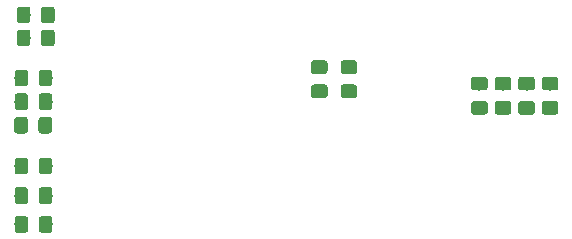
<source format=gtp>
G04 #@! TF.GenerationSoftware,KiCad,Pcbnew,(5.1.0)-1*
G04 #@! TF.CreationDate,2019-04-19T09:53:14+10:00*
G04 #@! TF.ProjectId,arduinoNanoDev,61726475-696e-46f4-9e61-6e6f4465762e,rev?*
G04 #@! TF.SameCoordinates,Original*
G04 #@! TF.FileFunction,Paste,Top*
G04 #@! TF.FilePolarity,Positive*
%FSLAX46Y46*%
G04 Gerber Fmt 4.6, Leading zero omitted, Abs format (unit mm)*
G04 Created by KiCad (PCBNEW (5.1.0)-1) date 2019-04-19 09:53:14*
%MOMM*%
%LPD*%
G04 APERTURE LIST*
%ADD10C,0.100000*%
%ADD11C,1.150000*%
G04 APERTURE END LIST*
D10*
G36*
X215374505Y-82001204D02*
G01*
X215398773Y-82004804D01*
X215422572Y-82010765D01*
X215445671Y-82019030D01*
X215467850Y-82029520D01*
X215488893Y-82042132D01*
X215508599Y-82056747D01*
X215526777Y-82073223D01*
X215543253Y-82091401D01*
X215557868Y-82111107D01*
X215570480Y-82132150D01*
X215580970Y-82154329D01*
X215589235Y-82177428D01*
X215595196Y-82201227D01*
X215598796Y-82225495D01*
X215600000Y-82249999D01*
X215600000Y-83150001D01*
X215598796Y-83174505D01*
X215595196Y-83198773D01*
X215589235Y-83222572D01*
X215580970Y-83245671D01*
X215570480Y-83267850D01*
X215557868Y-83288893D01*
X215543253Y-83308599D01*
X215526777Y-83326777D01*
X215508599Y-83343253D01*
X215488893Y-83357868D01*
X215467850Y-83370480D01*
X215445671Y-83380970D01*
X215422572Y-83389235D01*
X215398773Y-83395196D01*
X215374505Y-83398796D01*
X215350001Y-83400000D01*
X214699999Y-83400000D01*
X214675495Y-83398796D01*
X214651227Y-83395196D01*
X214627428Y-83389235D01*
X214604329Y-83380970D01*
X214582150Y-83370480D01*
X214561107Y-83357868D01*
X214541401Y-83343253D01*
X214523223Y-83326777D01*
X214506747Y-83308599D01*
X214492132Y-83288893D01*
X214479520Y-83267850D01*
X214469030Y-83245671D01*
X214460765Y-83222572D01*
X214454804Y-83198773D01*
X214451204Y-83174505D01*
X214450000Y-83150001D01*
X214450000Y-82249999D01*
X214451204Y-82225495D01*
X214454804Y-82201227D01*
X214460765Y-82177428D01*
X214469030Y-82154329D01*
X214479520Y-82132150D01*
X214492132Y-82111107D01*
X214506747Y-82091401D01*
X214523223Y-82073223D01*
X214541401Y-82056747D01*
X214561107Y-82042132D01*
X214582150Y-82029520D01*
X214604329Y-82019030D01*
X214627428Y-82010765D01*
X214651227Y-82004804D01*
X214675495Y-82001204D01*
X214699999Y-82000000D01*
X215350001Y-82000000D01*
X215374505Y-82001204D01*
X215374505Y-82001204D01*
G37*
D11*
X215025000Y-82700000D03*
D10*
G36*
X213324505Y-82001204D02*
G01*
X213348773Y-82004804D01*
X213372572Y-82010765D01*
X213395671Y-82019030D01*
X213417850Y-82029520D01*
X213438893Y-82042132D01*
X213458599Y-82056747D01*
X213476777Y-82073223D01*
X213493253Y-82091401D01*
X213507868Y-82111107D01*
X213520480Y-82132150D01*
X213530970Y-82154329D01*
X213539235Y-82177428D01*
X213545196Y-82201227D01*
X213548796Y-82225495D01*
X213550000Y-82249999D01*
X213550000Y-83150001D01*
X213548796Y-83174505D01*
X213545196Y-83198773D01*
X213539235Y-83222572D01*
X213530970Y-83245671D01*
X213520480Y-83267850D01*
X213507868Y-83288893D01*
X213493253Y-83308599D01*
X213476777Y-83326777D01*
X213458599Y-83343253D01*
X213438893Y-83357868D01*
X213417850Y-83370480D01*
X213395671Y-83380970D01*
X213372572Y-83389235D01*
X213348773Y-83395196D01*
X213324505Y-83398796D01*
X213300001Y-83400000D01*
X212649999Y-83400000D01*
X212625495Y-83398796D01*
X212601227Y-83395196D01*
X212577428Y-83389235D01*
X212554329Y-83380970D01*
X212532150Y-83370480D01*
X212511107Y-83357868D01*
X212491401Y-83343253D01*
X212473223Y-83326777D01*
X212456747Y-83308599D01*
X212442132Y-83288893D01*
X212429520Y-83267850D01*
X212419030Y-83245671D01*
X212410765Y-83222572D01*
X212404804Y-83198773D01*
X212401204Y-83174505D01*
X212400000Y-83150001D01*
X212400000Y-82249999D01*
X212401204Y-82225495D01*
X212404804Y-82201227D01*
X212410765Y-82177428D01*
X212419030Y-82154329D01*
X212429520Y-82132150D01*
X212442132Y-82111107D01*
X212456747Y-82091401D01*
X212473223Y-82073223D01*
X212491401Y-82056747D01*
X212511107Y-82042132D01*
X212532150Y-82029520D01*
X212554329Y-82019030D01*
X212577428Y-82010765D01*
X212601227Y-82004804D01*
X212625495Y-82001204D01*
X212649999Y-82000000D01*
X213300001Y-82000000D01*
X213324505Y-82001204D01*
X213324505Y-82001204D01*
G37*
D11*
X212975000Y-82700000D03*
D10*
G36*
X215374505Y-84501204D02*
G01*
X215398773Y-84504804D01*
X215422572Y-84510765D01*
X215445671Y-84519030D01*
X215467850Y-84529520D01*
X215488893Y-84542132D01*
X215508599Y-84556747D01*
X215526777Y-84573223D01*
X215543253Y-84591401D01*
X215557868Y-84611107D01*
X215570480Y-84632150D01*
X215580970Y-84654329D01*
X215589235Y-84677428D01*
X215595196Y-84701227D01*
X215598796Y-84725495D01*
X215600000Y-84749999D01*
X215600000Y-85650001D01*
X215598796Y-85674505D01*
X215595196Y-85698773D01*
X215589235Y-85722572D01*
X215580970Y-85745671D01*
X215570480Y-85767850D01*
X215557868Y-85788893D01*
X215543253Y-85808599D01*
X215526777Y-85826777D01*
X215508599Y-85843253D01*
X215488893Y-85857868D01*
X215467850Y-85870480D01*
X215445671Y-85880970D01*
X215422572Y-85889235D01*
X215398773Y-85895196D01*
X215374505Y-85898796D01*
X215350001Y-85900000D01*
X214699999Y-85900000D01*
X214675495Y-85898796D01*
X214651227Y-85895196D01*
X214627428Y-85889235D01*
X214604329Y-85880970D01*
X214582150Y-85870480D01*
X214561107Y-85857868D01*
X214541401Y-85843253D01*
X214523223Y-85826777D01*
X214506747Y-85808599D01*
X214492132Y-85788893D01*
X214479520Y-85767850D01*
X214469030Y-85745671D01*
X214460765Y-85722572D01*
X214454804Y-85698773D01*
X214451204Y-85674505D01*
X214450000Y-85650001D01*
X214450000Y-84749999D01*
X214451204Y-84725495D01*
X214454804Y-84701227D01*
X214460765Y-84677428D01*
X214469030Y-84654329D01*
X214479520Y-84632150D01*
X214492132Y-84611107D01*
X214506747Y-84591401D01*
X214523223Y-84573223D01*
X214541401Y-84556747D01*
X214561107Y-84542132D01*
X214582150Y-84529520D01*
X214604329Y-84519030D01*
X214627428Y-84510765D01*
X214651227Y-84504804D01*
X214675495Y-84501204D01*
X214699999Y-84500000D01*
X215350001Y-84500000D01*
X215374505Y-84501204D01*
X215374505Y-84501204D01*
G37*
D11*
X215025000Y-85200000D03*
D10*
G36*
X213324505Y-84501204D02*
G01*
X213348773Y-84504804D01*
X213372572Y-84510765D01*
X213395671Y-84519030D01*
X213417850Y-84529520D01*
X213438893Y-84542132D01*
X213458599Y-84556747D01*
X213476777Y-84573223D01*
X213493253Y-84591401D01*
X213507868Y-84611107D01*
X213520480Y-84632150D01*
X213530970Y-84654329D01*
X213539235Y-84677428D01*
X213545196Y-84701227D01*
X213548796Y-84725495D01*
X213550000Y-84749999D01*
X213550000Y-85650001D01*
X213548796Y-85674505D01*
X213545196Y-85698773D01*
X213539235Y-85722572D01*
X213530970Y-85745671D01*
X213520480Y-85767850D01*
X213507868Y-85788893D01*
X213493253Y-85808599D01*
X213476777Y-85826777D01*
X213458599Y-85843253D01*
X213438893Y-85857868D01*
X213417850Y-85870480D01*
X213395671Y-85880970D01*
X213372572Y-85889235D01*
X213348773Y-85895196D01*
X213324505Y-85898796D01*
X213300001Y-85900000D01*
X212649999Y-85900000D01*
X212625495Y-85898796D01*
X212601227Y-85895196D01*
X212577428Y-85889235D01*
X212554329Y-85880970D01*
X212532150Y-85870480D01*
X212511107Y-85857868D01*
X212491401Y-85843253D01*
X212473223Y-85826777D01*
X212456747Y-85808599D01*
X212442132Y-85788893D01*
X212429520Y-85767850D01*
X212419030Y-85745671D01*
X212410765Y-85722572D01*
X212404804Y-85698773D01*
X212401204Y-85674505D01*
X212400000Y-85650001D01*
X212400000Y-84749999D01*
X212401204Y-84725495D01*
X212404804Y-84701227D01*
X212410765Y-84677428D01*
X212419030Y-84654329D01*
X212429520Y-84632150D01*
X212442132Y-84611107D01*
X212456747Y-84591401D01*
X212473223Y-84573223D01*
X212491401Y-84556747D01*
X212511107Y-84542132D01*
X212532150Y-84529520D01*
X212554329Y-84519030D01*
X212577428Y-84510765D01*
X212601227Y-84504804D01*
X212625495Y-84501204D01*
X212649999Y-84500000D01*
X213300001Y-84500000D01*
X213324505Y-84501204D01*
X213324505Y-84501204D01*
G37*
D11*
X212975000Y-85200000D03*
D10*
G36*
X238674505Y-73751204D02*
G01*
X238698773Y-73754804D01*
X238722572Y-73760765D01*
X238745671Y-73769030D01*
X238767850Y-73779520D01*
X238788893Y-73792132D01*
X238808599Y-73806747D01*
X238826777Y-73823223D01*
X238843253Y-73841401D01*
X238857868Y-73861107D01*
X238870480Y-73882150D01*
X238880970Y-73904329D01*
X238889235Y-73927428D01*
X238895196Y-73951227D01*
X238898796Y-73975495D01*
X238900000Y-73999999D01*
X238900000Y-74650001D01*
X238898796Y-74674505D01*
X238895196Y-74698773D01*
X238889235Y-74722572D01*
X238880970Y-74745671D01*
X238870480Y-74767850D01*
X238857868Y-74788893D01*
X238843253Y-74808599D01*
X238826777Y-74826777D01*
X238808599Y-74843253D01*
X238788893Y-74857868D01*
X238767850Y-74870480D01*
X238745671Y-74880970D01*
X238722572Y-74889235D01*
X238698773Y-74895196D01*
X238674505Y-74898796D01*
X238650001Y-74900000D01*
X237749999Y-74900000D01*
X237725495Y-74898796D01*
X237701227Y-74895196D01*
X237677428Y-74889235D01*
X237654329Y-74880970D01*
X237632150Y-74870480D01*
X237611107Y-74857868D01*
X237591401Y-74843253D01*
X237573223Y-74826777D01*
X237556747Y-74808599D01*
X237542132Y-74788893D01*
X237529520Y-74767850D01*
X237519030Y-74745671D01*
X237510765Y-74722572D01*
X237504804Y-74698773D01*
X237501204Y-74674505D01*
X237500000Y-74650001D01*
X237500000Y-73999999D01*
X237501204Y-73975495D01*
X237504804Y-73951227D01*
X237510765Y-73927428D01*
X237519030Y-73904329D01*
X237529520Y-73882150D01*
X237542132Y-73861107D01*
X237556747Y-73841401D01*
X237573223Y-73823223D01*
X237591401Y-73806747D01*
X237611107Y-73792132D01*
X237632150Y-73779520D01*
X237654329Y-73769030D01*
X237677428Y-73760765D01*
X237701227Y-73754804D01*
X237725495Y-73751204D01*
X237749999Y-73750000D01*
X238650001Y-73750000D01*
X238674505Y-73751204D01*
X238674505Y-73751204D01*
G37*
D11*
X238200000Y-74325000D03*
D10*
G36*
X238674505Y-75801204D02*
G01*
X238698773Y-75804804D01*
X238722572Y-75810765D01*
X238745671Y-75819030D01*
X238767850Y-75829520D01*
X238788893Y-75842132D01*
X238808599Y-75856747D01*
X238826777Y-75873223D01*
X238843253Y-75891401D01*
X238857868Y-75911107D01*
X238870480Y-75932150D01*
X238880970Y-75954329D01*
X238889235Y-75977428D01*
X238895196Y-76001227D01*
X238898796Y-76025495D01*
X238900000Y-76049999D01*
X238900000Y-76700001D01*
X238898796Y-76724505D01*
X238895196Y-76748773D01*
X238889235Y-76772572D01*
X238880970Y-76795671D01*
X238870480Y-76817850D01*
X238857868Y-76838893D01*
X238843253Y-76858599D01*
X238826777Y-76876777D01*
X238808599Y-76893253D01*
X238788893Y-76907868D01*
X238767850Y-76920480D01*
X238745671Y-76930970D01*
X238722572Y-76939235D01*
X238698773Y-76945196D01*
X238674505Y-76948796D01*
X238650001Y-76950000D01*
X237749999Y-76950000D01*
X237725495Y-76948796D01*
X237701227Y-76945196D01*
X237677428Y-76939235D01*
X237654329Y-76930970D01*
X237632150Y-76920480D01*
X237611107Y-76907868D01*
X237591401Y-76893253D01*
X237573223Y-76876777D01*
X237556747Y-76858599D01*
X237542132Y-76838893D01*
X237529520Y-76817850D01*
X237519030Y-76795671D01*
X237510765Y-76772572D01*
X237504804Y-76748773D01*
X237501204Y-76724505D01*
X237500000Y-76700001D01*
X237500000Y-76049999D01*
X237501204Y-76025495D01*
X237504804Y-76001227D01*
X237510765Y-75977428D01*
X237519030Y-75954329D01*
X237529520Y-75932150D01*
X237542132Y-75911107D01*
X237556747Y-75891401D01*
X237573223Y-75873223D01*
X237591401Y-75856747D01*
X237611107Y-75842132D01*
X237632150Y-75829520D01*
X237654329Y-75819030D01*
X237677428Y-75810765D01*
X237701227Y-75804804D01*
X237725495Y-75801204D01*
X237749999Y-75800000D01*
X238650001Y-75800000D01*
X238674505Y-75801204D01*
X238674505Y-75801204D01*
G37*
D11*
X238200000Y-76375000D03*
D10*
G36*
X241174505Y-73751204D02*
G01*
X241198773Y-73754804D01*
X241222572Y-73760765D01*
X241245671Y-73769030D01*
X241267850Y-73779520D01*
X241288893Y-73792132D01*
X241308599Y-73806747D01*
X241326777Y-73823223D01*
X241343253Y-73841401D01*
X241357868Y-73861107D01*
X241370480Y-73882150D01*
X241380970Y-73904329D01*
X241389235Y-73927428D01*
X241395196Y-73951227D01*
X241398796Y-73975495D01*
X241400000Y-73999999D01*
X241400000Y-74650001D01*
X241398796Y-74674505D01*
X241395196Y-74698773D01*
X241389235Y-74722572D01*
X241380970Y-74745671D01*
X241370480Y-74767850D01*
X241357868Y-74788893D01*
X241343253Y-74808599D01*
X241326777Y-74826777D01*
X241308599Y-74843253D01*
X241288893Y-74857868D01*
X241267850Y-74870480D01*
X241245671Y-74880970D01*
X241222572Y-74889235D01*
X241198773Y-74895196D01*
X241174505Y-74898796D01*
X241150001Y-74900000D01*
X240249999Y-74900000D01*
X240225495Y-74898796D01*
X240201227Y-74895196D01*
X240177428Y-74889235D01*
X240154329Y-74880970D01*
X240132150Y-74870480D01*
X240111107Y-74857868D01*
X240091401Y-74843253D01*
X240073223Y-74826777D01*
X240056747Y-74808599D01*
X240042132Y-74788893D01*
X240029520Y-74767850D01*
X240019030Y-74745671D01*
X240010765Y-74722572D01*
X240004804Y-74698773D01*
X240001204Y-74674505D01*
X240000000Y-74650001D01*
X240000000Y-73999999D01*
X240001204Y-73975495D01*
X240004804Y-73951227D01*
X240010765Y-73927428D01*
X240019030Y-73904329D01*
X240029520Y-73882150D01*
X240042132Y-73861107D01*
X240056747Y-73841401D01*
X240073223Y-73823223D01*
X240091401Y-73806747D01*
X240111107Y-73792132D01*
X240132150Y-73779520D01*
X240154329Y-73769030D01*
X240177428Y-73760765D01*
X240201227Y-73754804D01*
X240225495Y-73751204D01*
X240249999Y-73750000D01*
X241150001Y-73750000D01*
X241174505Y-73751204D01*
X241174505Y-73751204D01*
G37*
D11*
X240700000Y-74325000D03*
D10*
G36*
X241174505Y-75801204D02*
G01*
X241198773Y-75804804D01*
X241222572Y-75810765D01*
X241245671Y-75819030D01*
X241267850Y-75829520D01*
X241288893Y-75842132D01*
X241308599Y-75856747D01*
X241326777Y-75873223D01*
X241343253Y-75891401D01*
X241357868Y-75911107D01*
X241370480Y-75932150D01*
X241380970Y-75954329D01*
X241389235Y-75977428D01*
X241395196Y-76001227D01*
X241398796Y-76025495D01*
X241400000Y-76049999D01*
X241400000Y-76700001D01*
X241398796Y-76724505D01*
X241395196Y-76748773D01*
X241389235Y-76772572D01*
X241380970Y-76795671D01*
X241370480Y-76817850D01*
X241357868Y-76838893D01*
X241343253Y-76858599D01*
X241326777Y-76876777D01*
X241308599Y-76893253D01*
X241288893Y-76907868D01*
X241267850Y-76920480D01*
X241245671Y-76930970D01*
X241222572Y-76939235D01*
X241198773Y-76945196D01*
X241174505Y-76948796D01*
X241150001Y-76950000D01*
X240249999Y-76950000D01*
X240225495Y-76948796D01*
X240201227Y-76945196D01*
X240177428Y-76939235D01*
X240154329Y-76930970D01*
X240132150Y-76920480D01*
X240111107Y-76907868D01*
X240091401Y-76893253D01*
X240073223Y-76876777D01*
X240056747Y-76858599D01*
X240042132Y-76838893D01*
X240029520Y-76817850D01*
X240019030Y-76795671D01*
X240010765Y-76772572D01*
X240004804Y-76748773D01*
X240001204Y-76724505D01*
X240000000Y-76700001D01*
X240000000Y-76049999D01*
X240001204Y-76025495D01*
X240004804Y-76001227D01*
X240010765Y-75977428D01*
X240019030Y-75954329D01*
X240029520Y-75932150D01*
X240042132Y-75911107D01*
X240056747Y-75891401D01*
X240073223Y-75873223D01*
X240091401Y-75856747D01*
X240111107Y-75842132D01*
X240132150Y-75829520D01*
X240154329Y-75819030D01*
X240177428Y-75810765D01*
X240201227Y-75804804D01*
X240225495Y-75801204D01*
X240249999Y-75800000D01*
X241150001Y-75800000D01*
X241174505Y-75801204D01*
X241174505Y-75801204D01*
G37*
D11*
X240700000Y-76375000D03*
D10*
G36*
X213524505Y-71151204D02*
G01*
X213548773Y-71154804D01*
X213572572Y-71160765D01*
X213595671Y-71169030D01*
X213617850Y-71179520D01*
X213638893Y-71192132D01*
X213658599Y-71206747D01*
X213676777Y-71223223D01*
X213693253Y-71241401D01*
X213707868Y-71261107D01*
X213720480Y-71282150D01*
X213730970Y-71304329D01*
X213739235Y-71327428D01*
X213745196Y-71351227D01*
X213748796Y-71375495D01*
X213750000Y-71399999D01*
X213750000Y-72300001D01*
X213748796Y-72324505D01*
X213745196Y-72348773D01*
X213739235Y-72372572D01*
X213730970Y-72395671D01*
X213720480Y-72417850D01*
X213707868Y-72438893D01*
X213693253Y-72458599D01*
X213676777Y-72476777D01*
X213658599Y-72493253D01*
X213638893Y-72507868D01*
X213617850Y-72520480D01*
X213595671Y-72530970D01*
X213572572Y-72539235D01*
X213548773Y-72545196D01*
X213524505Y-72548796D01*
X213500001Y-72550000D01*
X212849999Y-72550000D01*
X212825495Y-72548796D01*
X212801227Y-72545196D01*
X212777428Y-72539235D01*
X212754329Y-72530970D01*
X212732150Y-72520480D01*
X212711107Y-72507868D01*
X212691401Y-72493253D01*
X212673223Y-72476777D01*
X212656747Y-72458599D01*
X212642132Y-72438893D01*
X212629520Y-72417850D01*
X212619030Y-72395671D01*
X212610765Y-72372572D01*
X212604804Y-72348773D01*
X212601204Y-72324505D01*
X212600000Y-72300001D01*
X212600000Y-71399999D01*
X212601204Y-71375495D01*
X212604804Y-71351227D01*
X212610765Y-71327428D01*
X212619030Y-71304329D01*
X212629520Y-71282150D01*
X212642132Y-71261107D01*
X212656747Y-71241401D01*
X212673223Y-71223223D01*
X212691401Y-71206747D01*
X212711107Y-71192132D01*
X212732150Y-71179520D01*
X212754329Y-71169030D01*
X212777428Y-71160765D01*
X212801227Y-71154804D01*
X212825495Y-71151204D01*
X212849999Y-71150000D01*
X213500001Y-71150000D01*
X213524505Y-71151204D01*
X213524505Y-71151204D01*
G37*
D11*
X213175000Y-71850000D03*
D10*
G36*
X215574505Y-71151204D02*
G01*
X215598773Y-71154804D01*
X215622572Y-71160765D01*
X215645671Y-71169030D01*
X215667850Y-71179520D01*
X215688893Y-71192132D01*
X215708599Y-71206747D01*
X215726777Y-71223223D01*
X215743253Y-71241401D01*
X215757868Y-71261107D01*
X215770480Y-71282150D01*
X215780970Y-71304329D01*
X215789235Y-71327428D01*
X215795196Y-71351227D01*
X215798796Y-71375495D01*
X215800000Y-71399999D01*
X215800000Y-72300001D01*
X215798796Y-72324505D01*
X215795196Y-72348773D01*
X215789235Y-72372572D01*
X215780970Y-72395671D01*
X215770480Y-72417850D01*
X215757868Y-72438893D01*
X215743253Y-72458599D01*
X215726777Y-72476777D01*
X215708599Y-72493253D01*
X215688893Y-72507868D01*
X215667850Y-72520480D01*
X215645671Y-72530970D01*
X215622572Y-72539235D01*
X215598773Y-72545196D01*
X215574505Y-72548796D01*
X215550001Y-72550000D01*
X214899999Y-72550000D01*
X214875495Y-72548796D01*
X214851227Y-72545196D01*
X214827428Y-72539235D01*
X214804329Y-72530970D01*
X214782150Y-72520480D01*
X214761107Y-72507868D01*
X214741401Y-72493253D01*
X214723223Y-72476777D01*
X214706747Y-72458599D01*
X214692132Y-72438893D01*
X214679520Y-72417850D01*
X214669030Y-72395671D01*
X214660765Y-72372572D01*
X214654804Y-72348773D01*
X214651204Y-72324505D01*
X214650000Y-72300001D01*
X214650000Y-71399999D01*
X214651204Y-71375495D01*
X214654804Y-71351227D01*
X214660765Y-71327428D01*
X214669030Y-71304329D01*
X214679520Y-71282150D01*
X214692132Y-71261107D01*
X214706747Y-71241401D01*
X214723223Y-71223223D01*
X214741401Y-71206747D01*
X214761107Y-71192132D01*
X214782150Y-71179520D01*
X214804329Y-71169030D01*
X214827428Y-71160765D01*
X214851227Y-71154804D01*
X214875495Y-71151204D01*
X214899999Y-71150000D01*
X215550001Y-71150000D01*
X215574505Y-71151204D01*
X215574505Y-71151204D01*
G37*
D11*
X215225000Y-71850000D03*
D10*
G36*
X215374505Y-86951204D02*
G01*
X215398773Y-86954804D01*
X215422572Y-86960765D01*
X215445671Y-86969030D01*
X215467850Y-86979520D01*
X215488893Y-86992132D01*
X215508599Y-87006747D01*
X215526777Y-87023223D01*
X215543253Y-87041401D01*
X215557868Y-87061107D01*
X215570480Y-87082150D01*
X215580970Y-87104329D01*
X215589235Y-87127428D01*
X215595196Y-87151227D01*
X215598796Y-87175495D01*
X215600000Y-87199999D01*
X215600000Y-88100001D01*
X215598796Y-88124505D01*
X215595196Y-88148773D01*
X215589235Y-88172572D01*
X215580970Y-88195671D01*
X215570480Y-88217850D01*
X215557868Y-88238893D01*
X215543253Y-88258599D01*
X215526777Y-88276777D01*
X215508599Y-88293253D01*
X215488893Y-88307868D01*
X215467850Y-88320480D01*
X215445671Y-88330970D01*
X215422572Y-88339235D01*
X215398773Y-88345196D01*
X215374505Y-88348796D01*
X215350001Y-88350000D01*
X214699999Y-88350000D01*
X214675495Y-88348796D01*
X214651227Y-88345196D01*
X214627428Y-88339235D01*
X214604329Y-88330970D01*
X214582150Y-88320480D01*
X214561107Y-88307868D01*
X214541401Y-88293253D01*
X214523223Y-88276777D01*
X214506747Y-88258599D01*
X214492132Y-88238893D01*
X214479520Y-88217850D01*
X214469030Y-88195671D01*
X214460765Y-88172572D01*
X214454804Y-88148773D01*
X214451204Y-88124505D01*
X214450000Y-88100001D01*
X214450000Y-87199999D01*
X214451204Y-87175495D01*
X214454804Y-87151227D01*
X214460765Y-87127428D01*
X214469030Y-87104329D01*
X214479520Y-87082150D01*
X214492132Y-87061107D01*
X214506747Y-87041401D01*
X214523223Y-87023223D01*
X214541401Y-87006747D01*
X214561107Y-86992132D01*
X214582150Y-86979520D01*
X214604329Y-86969030D01*
X214627428Y-86960765D01*
X214651227Y-86954804D01*
X214675495Y-86951204D01*
X214699999Y-86950000D01*
X215350001Y-86950000D01*
X215374505Y-86951204D01*
X215374505Y-86951204D01*
G37*
D11*
X215025000Y-87650000D03*
D10*
G36*
X213324505Y-86951204D02*
G01*
X213348773Y-86954804D01*
X213372572Y-86960765D01*
X213395671Y-86969030D01*
X213417850Y-86979520D01*
X213438893Y-86992132D01*
X213458599Y-87006747D01*
X213476777Y-87023223D01*
X213493253Y-87041401D01*
X213507868Y-87061107D01*
X213520480Y-87082150D01*
X213530970Y-87104329D01*
X213539235Y-87127428D01*
X213545196Y-87151227D01*
X213548796Y-87175495D01*
X213550000Y-87199999D01*
X213550000Y-88100001D01*
X213548796Y-88124505D01*
X213545196Y-88148773D01*
X213539235Y-88172572D01*
X213530970Y-88195671D01*
X213520480Y-88217850D01*
X213507868Y-88238893D01*
X213493253Y-88258599D01*
X213476777Y-88276777D01*
X213458599Y-88293253D01*
X213438893Y-88307868D01*
X213417850Y-88320480D01*
X213395671Y-88330970D01*
X213372572Y-88339235D01*
X213348773Y-88345196D01*
X213324505Y-88348796D01*
X213300001Y-88350000D01*
X212649999Y-88350000D01*
X212625495Y-88348796D01*
X212601227Y-88345196D01*
X212577428Y-88339235D01*
X212554329Y-88330970D01*
X212532150Y-88320480D01*
X212511107Y-88307868D01*
X212491401Y-88293253D01*
X212473223Y-88276777D01*
X212456747Y-88258599D01*
X212442132Y-88238893D01*
X212429520Y-88217850D01*
X212419030Y-88195671D01*
X212410765Y-88172572D01*
X212404804Y-88148773D01*
X212401204Y-88124505D01*
X212400000Y-88100001D01*
X212400000Y-87199999D01*
X212401204Y-87175495D01*
X212404804Y-87151227D01*
X212410765Y-87127428D01*
X212419030Y-87104329D01*
X212429520Y-87082150D01*
X212442132Y-87061107D01*
X212456747Y-87041401D01*
X212473223Y-87023223D01*
X212491401Y-87006747D01*
X212511107Y-86992132D01*
X212532150Y-86979520D01*
X212554329Y-86969030D01*
X212577428Y-86960765D01*
X212601227Y-86954804D01*
X212625495Y-86951204D01*
X212649999Y-86950000D01*
X213300001Y-86950000D01*
X213324505Y-86951204D01*
X213324505Y-86951204D01*
G37*
D11*
X212975000Y-87650000D03*
D10*
G36*
X213524505Y-69201204D02*
G01*
X213548773Y-69204804D01*
X213572572Y-69210765D01*
X213595671Y-69219030D01*
X213617850Y-69229520D01*
X213638893Y-69242132D01*
X213658599Y-69256747D01*
X213676777Y-69273223D01*
X213693253Y-69291401D01*
X213707868Y-69311107D01*
X213720480Y-69332150D01*
X213730970Y-69354329D01*
X213739235Y-69377428D01*
X213745196Y-69401227D01*
X213748796Y-69425495D01*
X213750000Y-69449999D01*
X213750000Y-70350001D01*
X213748796Y-70374505D01*
X213745196Y-70398773D01*
X213739235Y-70422572D01*
X213730970Y-70445671D01*
X213720480Y-70467850D01*
X213707868Y-70488893D01*
X213693253Y-70508599D01*
X213676777Y-70526777D01*
X213658599Y-70543253D01*
X213638893Y-70557868D01*
X213617850Y-70570480D01*
X213595671Y-70580970D01*
X213572572Y-70589235D01*
X213548773Y-70595196D01*
X213524505Y-70598796D01*
X213500001Y-70600000D01*
X212849999Y-70600000D01*
X212825495Y-70598796D01*
X212801227Y-70595196D01*
X212777428Y-70589235D01*
X212754329Y-70580970D01*
X212732150Y-70570480D01*
X212711107Y-70557868D01*
X212691401Y-70543253D01*
X212673223Y-70526777D01*
X212656747Y-70508599D01*
X212642132Y-70488893D01*
X212629520Y-70467850D01*
X212619030Y-70445671D01*
X212610765Y-70422572D01*
X212604804Y-70398773D01*
X212601204Y-70374505D01*
X212600000Y-70350001D01*
X212600000Y-69449999D01*
X212601204Y-69425495D01*
X212604804Y-69401227D01*
X212610765Y-69377428D01*
X212619030Y-69354329D01*
X212629520Y-69332150D01*
X212642132Y-69311107D01*
X212656747Y-69291401D01*
X212673223Y-69273223D01*
X212691401Y-69256747D01*
X212711107Y-69242132D01*
X212732150Y-69229520D01*
X212754329Y-69219030D01*
X212777428Y-69210765D01*
X212801227Y-69204804D01*
X212825495Y-69201204D01*
X212849999Y-69200000D01*
X213500001Y-69200000D01*
X213524505Y-69201204D01*
X213524505Y-69201204D01*
G37*
D11*
X213175000Y-69900000D03*
D10*
G36*
X215574505Y-69201204D02*
G01*
X215598773Y-69204804D01*
X215622572Y-69210765D01*
X215645671Y-69219030D01*
X215667850Y-69229520D01*
X215688893Y-69242132D01*
X215708599Y-69256747D01*
X215726777Y-69273223D01*
X215743253Y-69291401D01*
X215757868Y-69311107D01*
X215770480Y-69332150D01*
X215780970Y-69354329D01*
X215789235Y-69377428D01*
X215795196Y-69401227D01*
X215798796Y-69425495D01*
X215800000Y-69449999D01*
X215800000Y-70350001D01*
X215798796Y-70374505D01*
X215795196Y-70398773D01*
X215789235Y-70422572D01*
X215780970Y-70445671D01*
X215770480Y-70467850D01*
X215757868Y-70488893D01*
X215743253Y-70508599D01*
X215726777Y-70526777D01*
X215708599Y-70543253D01*
X215688893Y-70557868D01*
X215667850Y-70570480D01*
X215645671Y-70580970D01*
X215622572Y-70589235D01*
X215598773Y-70595196D01*
X215574505Y-70598796D01*
X215550001Y-70600000D01*
X214899999Y-70600000D01*
X214875495Y-70598796D01*
X214851227Y-70595196D01*
X214827428Y-70589235D01*
X214804329Y-70580970D01*
X214782150Y-70570480D01*
X214761107Y-70557868D01*
X214741401Y-70543253D01*
X214723223Y-70526777D01*
X214706747Y-70508599D01*
X214692132Y-70488893D01*
X214679520Y-70467850D01*
X214669030Y-70445671D01*
X214660765Y-70422572D01*
X214654804Y-70398773D01*
X214651204Y-70374505D01*
X214650000Y-70350001D01*
X214650000Y-69449999D01*
X214651204Y-69425495D01*
X214654804Y-69401227D01*
X214660765Y-69377428D01*
X214669030Y-69354329D01*
X214679520Y-69332150D01*
X214692132Y-69311107D01*
X214706747Y-69291401D01*
X214723223Y-69273223D01*
X214741401Y-69256747D01*
X214761107Y-69242132D01*
X214782150Y-69229520D01*
X214804329Y-69219030D01*
X214827428Y-69210765D01*
X214851227Y-69204804D01*
X214875495Y-69201204D01*
X214899999Y-69200000D01*
X215550001Y-69200000D01*
X215574505Y-69201204D01*
X215574505Y-69201204D01*
G37*
D11*
X215225000Y-69900000D03*
D10*
G36*
X258224505Y-75151204D02*
G01*
X258248773Y-75154804D01*
X258272572Y-75160765D01*
X258295671Y-75169030D01*
X258317850Y-75179520D01*
X258338893Y-75192132D01*
X258358599Y-75206747D01*
X258376777Y-75223223D01*
X258393253Y-75241401D01*
X258407868Y-75261107D01*
X258420480Y-75282150D01*
X258430970Y-75304329D01*
X258439235Y-75327428D01*
X258445196Y-75351227D01*
X258448796Y-75375495D01*
X258450000Y-75399999D01*
X258450000Y-76050001D01*
X258448796Y-76074505D01*
X258445196Y-76098773D01*
X258439235Y-76122572D01*
X258430970Y-76145671D01*
X258420480Y-76167850D01*
X258407868Y-76188893D01*
X258393253Y-76208599D01*
X258376777Y-76226777D01*
X258358599Y-76243253D01*
X258338893Y-76257868D01*
X258317850Y-76270480D01*
X258295671Y-76280970D01*
X258272572Y-76289235D01*
X258248773Y-76295196D01*
X258224505Y-76298796D01*
X258200001Y-76300000D01*
X257299999Y-76300000D01*
X257275495Y-76298796D01*
X257251227Y-76295196D01*
X257227428Y-76289235D01*
X257204329Y-76280970D01*
X257182150Y-76270480D01*
X257161107Y-76257868D01*
X257141401Y-76243253D01*
X257123223Y-76226777D01*
X257106747Y-76208599D01*
X257092132Y-76188893D01*
X257079520Y-76167850D01*
X257069030Y-76145671D01*
X257060765Y-76122572D01*
X257054804Y-76098773D01*
X257051204Y-76074505D01*
X257050000Y-76050001D01*
X257050000Y-75399999D01*
X257051204Y-75375495D01*
X257054804Y-75351227D01*
X257060765Y-75327428D01*
X257069030Y-75304329D01*
X257079520Y-75282150D01*
X257092132Y-75261107D01*
X257106747Y-75241401D01*
X257123223Y-75223223D01*
X257141401Y-75206747D01*
X257161107Y-75192132D01*
X257182150Y-75179520D01*
X257204329Y-75169030D01*
X257227428Y-75160765D01*
X257251227Y-75154804D01*
X257275495Y-75151204D01*
X257299999Y-75150000D01*
X258200001Y-75150000D01*
X258224505Y-75151204D01*
X258224505Y-75151204D01*
G37*
D11*
X257750000Y-75725000D03*
D10*
G36*
X258224505Y-77201204D02*
G01*
X258248773Y-77204804D01*
X258272572Y-77210765D01*
X258295671Y-77219030D01*
X258317850Y-77229520D01*
X258338893Y-77242132D01*
X258358599Y-77256747D01*
X258376777Y-77273223D01*
X258393253Y-77291401D01*
X258407868Y-77311107D01*
X258420480Y-77332150D01*
X258430970Y-77354329D01*
X258439235Y-77377428D01*
X258445196Y-77401227D01*
X258448796Y-77425495D01*
X258450000Y-77449999D01*
X258450000Y-78100001D01*
X258448796Y-78124505D01*
X258445196Y-78148773D01*
X258439235Y-78172572D01*
X258430970Y-78195671D01*
X258420480Y-78217850D01*
X258407868Y-78238893D01*
X258393253Y-78258599D01*
X258376777Y-78276777D01*
X258358599Y-78293253D01*
X258338893Y-78307868D01*
X258317850Y-78320480D01*
X258295671Y-78330970D01*
X258272572Y-78339235D01*
X258248773Y-78345196D01*
X258224505Y-78348796D01*
X258200001Y-78350000D01*
X257299999Y-78350000D01*
X257275495Y-78348796D01*
X257251227Y-78345196D01*
X257227428Y-78339235D01*
X257204329Y-78330970D01*
X257182150Y-78320480D01*
X257161107Y-78307868D01*
X257141401Y-78293253D01*
X257123223Y-78276777D01*
X257106747Y-78258599D01*
X257092132Y-78238893D01*
X257079520Y-78217850D01*
X257069030Y-78195671D01*
X257060765Y-78172572D01*
X257054804Y-78148773D01*
X257051204Y-78124505D01*
X257050000Y-78100001D01*
X257050000Y-77449999D01*
X257051204Y-77425495D01*
X257054804Y-77401227D01*
X257060765Y-77377428D01*
X257069030Y-77354329D01*
X257079520Y-77332150D01*
X257092132Y-77311107D01*
X257106747Y-77291401D01*
X257123223Y-77273223D01*
X257141401Y-77256747D01*
X257161107Y-77242132D01*
X257182150Y-77229520D01*
X257204329Y-77219030D01*
X257227428Y-77210765D01*
X257251227Y-77204804D01*
X257275495Y-77201204D01*
X257299999Y-77200000D01*
X258200001Y-77200000D01*
X258224505Y-77201204D01*
X258224505Y-77201204D01*
G37*
D11*
X257750000Y-77775000D03*
D10*
G36*
X256224505Y-77201204D02*
G01*
X256248773Y-77204804D01*
X256272572Y-77210765D01*
X256295671Y-77219030D01*
X256317850Y-77229520D01*
X256338893Y-77242132D01*
X256358599Y-77256747D01*
X256376777Y-77273223D01*
X256393253Y-77291401D01*
X256407868Y-77311107D01*
X256420480Y-77332150D01*
X256430970Y-77354329D01*
X256439235Y-77377428D01*
X256445196Y-77401227D01*
X256448796Y-77425495D01*
X256450000Y-77449999D01*
X256450000Y-78100001D01*
X256448796Y-78124505D01*
X256445196Y-78148773D01*
X256439235Y-78172572D01*
X256430970Y-78195671D01*
X256420480Y-78217850D01*
X256407868Y-78238893D01*
X256393253Y-78258599D01*
X256376777Y-78276777D01*
X256358599Y-78293253D01*
X256338893Y-78307868D01*
X256317850Y-78320480D01*
X256295671Y-78330970D01*
X256272572Y-78339235D01*
X256248773Y-78345196D01*
X256224505Y-78348796D01*
X256200001Y-78350000D01*
X255299999Y-78350000D01*
X255275495Y-78348796D01*
X255251227Y-78345196D01*
X255227428Y-78339235D01*
X255204329Y-78330970D01*
X255182150Y-78320480D01*
X255161107Y-78307868D01*
X255141401Y-78293253D01*
X255123223Y-78276777D01*
X255106747Y-78258599D01*
X255092132Y-78238893D01*
X255079520Y-78217850D01*
X255069030Y-78195671D01*
X255060765Y-78172572D01*
X255054804Y-78148773D01*
X255051204Y-78124505D01*
X255050000Y-78100001D01*
X255050000Y-77449999D01*
X255051204Y-77425495D01*
X255054804Y-77401227D01*
X255060765Y-77377428D01*
X255069030Y-77354329D01*
X255079520Y-77332150D01*
X255092132Y-77311107D01*
X255106747Y-77291401D01*
X255123223Y-77273223D01*
X255141401Y-77256747D01*
X255161107Y-77242132D01*
X255182150Y-77229520D01*
X255204329Y-77219030D01*
X255227428Y-77210765D01*
X255251227Y-77204804D01*
X255275495Y-77201204D01*
X255299999Y-77200000D01*
X256200001Y-77200000D01*
X256224505Y-77201204D01*
X256224505Y-77201204D01*
G37*
D11*
X255750000Y-77775000D03*
D10*
G36*
X256224505Y-75151204D02*
G01*
X256248773Y-75154804D01*
X256272572Y-75160765D01*
X256295671Y-75169030D01*
X256317850Y-75179520D01*
X256338893Y-75192132D01*
X256358599Y-75206747D01*
X256376777Y-75223223D01*
X256393253Y-75241401D01*
X256407868Y-75261107D01*
X256420480Y-75282150D01*
X256430970Y-75304329D01*
X256439235Y-75327428D01*
X256445196Y-75351227D01*
X256448796Y-75375495D01*
X256450000Y-75399999D01*
X256450000Y-76050001D01*
X256448796Y-76074505D01*
X256445196Y-76098773D01*
X256439235Y-76122572D01*
X256430970Y-76145671D01*
X256420480Y-76167850D01*
X256407868Y-76188893D01*
X256393253Y-76208599D01*
X256376777Y-76226777D01*
X256358599Y-76243253D01*
X256338893Y-76257868D01*
X256317850Y-76270480D01*
X256295671Y-76280970D01*
X256272572Y-76289235D01*
X256248773Y-76295196D01*
X256224505Y-76298796D01*
X256200001Y-76300000D01*
X255299999Y-76300000D01*
X255275495Y-76298796D01*
X255251227Y-76295196D01*
X255227428Y-76289235D01*
X255204329Y-76280970D01*
X255182150Y-76270480D01*
X255161107Y-76257868D01*
X255141401Y-76243253D01*
X255123223Y-76226777D01*
X255106747Y-76208599D01*
X255092132Y-76188893D01*
X255079520Y-76167850D01*
X255069030Y-76145671D01*
X255060765Y-76122572D01*
X255054804Y-76098773D01*
X255051204Y-76074505D01*
X255050000Y-76050001D01*
X255050000Y-75399999D01*
X255051204Y-75375495D01*
X255054804Y-75351227D01*
X255060765Y-75327428D01*
X255069030Y-75304329D01*
X255079520Y-75282150D01*
X255092132Y-75261107D01*
X255106747Y-75241401D01*
X255123223Y-75223223D01*
X255141401Y-75206747D01*
X255161107Y-75192132D01*
X255182150Y-75179520D01*
X255204329Y-75169030D01*
X255227428Y-75160765D01*
X255251227Y-75154804D01*
X255275495Y-75151204D01*
X255299999Y-75150000D01*
X256200001Y-75150000D01*
X256224505Y-75151204D01*
X256224505Y-75151204D01*
G37*
D11*
X255750000Y-75725000D03*
D10*
G36*
X252224505Y-75151204D02*
G01*
X252248773Y-75154804D01*
X252272572Y-75160765D01*
X252295671Y-75169030D01*
X252317850Y-75179520D01*
X252338893Y-75192132D01*
X252358599Y-75206747D01*
X252376777Y-75223223D01*
X252393253Y-75241401D01*
X252407868Y-75261107D01*
X252420480Y-75282150D01*
X252430970Y-75304329D01*
X252439235Y-75327428D01*
X252445196Y-75351227D01*
X252448796Y-75375495D01*
X252450000Y-75399999D01*
X252450000Y-76050001D01*
X252448796Y-76074505D01*
X252445196Y-76098773D01*
X252439235Y-76122572D01*
X252430970Y-76145671D01*
X252420480Y-76167850D01*
X252407868Y-76188893D01*
X252393253Y-76208599D01*
X252376777Y-76226777D01*
X252358599Y-76243253D01*
X252338893Y-76257868D01*
X252317850Y-76270480D01*
X252295671Y-76280970D01*
X252272572Y-76289235D01*
X252248773Y-76295196D01*
X252224505Y-76298796D01*
X252200001Y-76300000D01*
X251299999Y-76300000D01*
X251275495Y-76298796D01*
X251251227Y-76295196D01*
X251227428Y-76289235D01*
X251204329Y-76280970D01*
X251182150Y-76270480D01*
X251161107Y-76257868D01*
X251141401Y-76243253D01*
X251123223Y-76226777D01*
X251106747Y-76208599D01*
X251092132Y-76188893D01*
X251079520Y-76167850D01*
X251069030Y-76145671D01*
X251060765Y-76122572D01*
X251054804Y-76098773D01*
X251051204Y-76074505D01*
X251050000Y-76050001D01*
X251050000Y-75399999D01*
X251051204Y-75375495D01*
X251054804Y-75351227D01*
X251060765Y-75327428D01*
X251069030Y-75304329D01*
X251079520Y-75282150D01*
X251092132Y-75261107D01*
X251106747Y-75241401D01*
X251123223Y-75223223D01*
X251141401Y-75206747D01*
X251161107Y-75192132D01*
X251182150Y-75179520D01*
X251204329Y-75169030D01*
X251227428Y-75160765D01*
X251251227Y-75154804D01*
X251275495Y-75151204D01*
X251299999Y-75150000D01*
X252200001Y-75150000D01*
X252224505Y-75151204D01*
X252224505Y-75151204D01*
G37*
D11*
X251750000Y-75725000D03*
D10*
G36*
X252224505Y-77201204D02*
G01*
X252248773Y-77204804D01*
X252272572Y-77210765D01*
X252295671Y-77219030D01*
X252317850Y-77229520D01*
X252338893Y-77242132D01*
X252358599Y-77256747D01*
X252376777Y-77273223D01*
X252393253Y-77291401D01*
X252407868Y-77311107D01*
X252420480Y-77332150D01*
X252430970Y-77354329D01*
X252439235Y-77377428D01*
X252445196Y-77401227D01*
X252448796Y-77425495D01*
X252450000Y-77449999D01*
X252450000Y-78100001D01*
X252448796Y-78124505D01*
X252445196Y-78148773D01*
X252439235Y-78172572D01*
X252430970Y-78195671D01*
X252420480Y-78217850D01*
X252407868Y-78238893D01*
X252393253Y-78258599D01*
X252376777Y-78276777D01*
X252358599Y-78293253D01*
X252338893Y-78307868D01*
X252317850Y-78320480D01*
X252295671Y-78330970D01*
X252272572Y-78339235D01*
X252248773Y-78345196D01*
X252224505Y-78348796D01*
X252200001Y-78350000D01*
X251299999Y-78350000D01*
X251275495Y-78348796D01*
X251251227Y-78345196D01*
X251227428Y-78339235D01*
X251204329Y-78330970D01*
X251182150Y-78320480D01*
X251161107Y-78307868D01*
X251141401Y-78293253D01*
X251123223Y-78276777D01*
X251106747Y-78258599D01*
X251092132Y-78238893D01*
X251079520Y-78217850D01*
X251069030Y-78195671D01*
X251060765Y-78172572D01*
X251054804Y-78148773D01*
X251051204Y-78124505D01*
X251050000Y-78100001D01*
X251050000Y-77449999D01*
X251051204Y-77425495D01*
X251054804Y-77401227D01*
X251060765Y-77377428D01*
X251069030Y-77354329D01*
X251079520Y-77332150D01*
X251092132Y-77311107D01*
X251106747Y-77291401D01*
X251123223Y-77273223D01*
X251141401Y-77256747D01*
X251161107Y-77242132D01*
X251182150Y-77229520D01*
X251204329Y-77219030D01*
X251227428Y-77210765D01*
X251251227Y-77204804D01*
X251275495Y-77201204D01*
X251299999Y-77200000D01*
X252200001Y-77200000D01*
X252224505Y-77201204D01*
X252224505Y-77201204D01*
G37*
D11*
X251750000Y-77775000D03*
D10*
G36*
X254224505Y-77201204D02*
G01*
X254248773Y-77204804D01*
X254272572Y-77210765D01*
X254295671Y-77219030D01*
X254317850Y-77229520D01*
X254338893Y-77242132D01*
X254358599Y-77256747D01*
X254376777Y-77273223D01*
X254393253Y-77291401D01*
X254407868Y-77311107D01*
X254420480Y-77332150D01*
X254430970Y-77354329D01*
X254439235Y-77377428D01*
X254445196Y-77401227D01*
X254448796Y-77425495D01*
X254450000Y-77449999D01*
X254450000Y-78100001D01*
X254448796Y-78124505D01*
X254445196Y-78148773D01*
X254439235Y-78172572D01*
X254430970Y-78195671D01*
X254420480Y-78217850D01*
X254407868Y-78238893D01*
X254393253Y-78258599D01*
X254376777Y-78276777D01*
X254358599Y-78293253D01*
X254338893Y-78307868D01*
X254317850Y-78320480D01*
X254295671Y-78330970D01*
X254272572Y-78339235D01*
X254248773Y-78345196D01*
X254224505Y-78348796D01*
X254200001Y-78350000D01*
X253299999Y-78350000D01*
X253275495Y-78348796D01*
X253251227Y-78345196D01*
X253227428Y-78339235D01*
X253204329Y-78330970D01*
X253182150Y-78320480D01*
X253161107Y-78307868D01*
X253141401Y-78293253D01*
X253123223Y-78276777D01*
X253106747Y-78258599D01*
X253092132Y-78238893D01*
X253079520Y-78217850D01*
X253069030Y-78195671D01*
X253060765Y-78172572D01*
X253054804Y-78148773D01*
X253051204Y-78124505D01*
X253050000Y-78100001D01*
X253050000Y-77449999D01*
X253051204Y-77425495D01*
X253054804Y-77401227D01*
X253060765Y-77377428D01*
X253069030Y-77354329D01*
X253079520Y-77332150D01*
X253092132Y-77311107D01*
X253106747Y-77291401D01*
X253123223Y-77273223D01*
X253141401Y-77256747D01*
X253161107Y-77242132D01*
X253182150Y-77229520D01*
X253204329Y-77219030D01*
X253227428Y-77210765D01*
X253251227Y-77204804D01*
X253275495Y-77201204D01*
X253299999Y-77200000D01*
X254200001Y-77200000D01*
X254224505Y-77201204D01*
X254224505Y-77201204D01*
G37*
D11*
X253750000Y-77775000D03*
D10*
G36*
X254224505Y-75151204D02*
G01*
X254248773Y-75154804D01*
X254272572Y-75160765D01*
X254295671Y-75169030D01*
X254317850Y-75179520D01*
X254338893Y-75192132D01*
X254358599Y-75206747D01*
X254376777Y-75223223D01*
X254393253Y-75241401D01*
X254407868Y-75261107D01*
X254420480Y-75282150D01*
X254430970Y-75304329D01*
X254439235Y-75327428D01*
X254445196Y-75351227D01*
X254448796Y-75375495D01*
X254450000Y-75399999D01*
X254450000Y-76050001D01*
X254448796Y-76074505D01*
X254445196Y-76098773D01*
X254439235Y-76122572D01*
X254430970Y-76145671D01*
X254420480Y-76167850D01*
X254407868Y-76188893D01*
X254393253Y-76208599D01*
X254376777Y-76226777D01*
X254358599Y-76243253D01*
X254338893Y-76257868D01*
X254317850Y-76270480D01*
X254295671Y-76280970D01*
X254272572Y-76289235D01*
X254248773Y-76295196D01*
X254224505Y-76298796D01*
X254200001Y-76300000D01*
X253299999Y-76300000D01*
X253275495Y-76298796D01*
X253251227Y-76295196D01*
X253227428Y-76289235D01*
X253204329Y-76280970D01*
X253182150Y-76270480D01*
X253161107Y-76257868D01*
X253141401Y-76243253D01*
X253123223Y-76226777D01*
X253106747Y-76208599D01*
X253092132Y-76188893D01*
X253079520Y-76167850D01*
X253069030Y-76145671D01*
X253060765Y-76122572D01*
X253054804Y-76098773D01*
X253051204Y-76074505D01*
X253050000Y-76050001D01*
X253050000Y-75399999D01*
X253051204Y-75375495D01*
X253054804Y-75351227D01*
X253060765Y-75327428D01*
X253069030Y-75304329D01*
X253079520Y-75282150D01*
X253092132Y-75261107D01*
X253106747Y-75241401D01*
X253123223Y-75223223D01*
X253141401Y-75206747D01*
X253161107Y-75192132D01*
X253182150Y-75179520D01*
X253204329Y-75169030D01*
X253227428Y-75160765D01*
X253251227Y-75154804D01*
X253275495Y-75151204D01*
X253299999Y-75150000D01*
X254200001Y-75150000D01*
X254224505Y-75151204D01*
X254224505Y-75151204D01*
G37*
D11*
X253750000Y-75725000D03*
D10*
G36*
X215374505Y-74551204D02*
G01*
X215398773Y-74554804D01*
X215422572Y-74560765D01*
X215445671Y-74569030D01*
X215467850Y-74579520D01*
X215488893Y-74592132D01*
X215508599Y-74606747D01*
X215526777Y-74623223D01*
X215543253Y-74641401D01*
X215557868Y-74661107D01*
X215570480Y-74682150D01*
X215580970Y-74704329D01*
X215589235Y-74727428D01*
X215595196Y-74751227D01*
X215598796Y-74775495D01*
X215600000Y-74799999D01*
X215600000Y-75700001D01*
X215598796Y-75724505D01*
X215595196Y-75748773D01*
X215589235Y-75772572D01*
X215580970Y-75795671D01*
X215570480Y-75817850D01*
X215557868Y-75838893D01*
X215543253Y-75858599D01*
X215526777Y-75876777D01*
X215508599Y-75893253D01*
X215488893Y-75907868D01*
X215467850Y-75920480D01*
X215445671Y-75930970D01*
X215422572Y-75939235D01*
X215398773Y-75945196D01*
X215374505Y-75948796D01*
X215350001Y-75950000D01*
X214699999Y-75950000D01*
X214675495Y-75948796D01*
X214651227Y-75945196D01*
X214627428Y-75939235D01*
X214604329Y-75930970D01*
X214582150Y-75920480D01*
X214561107Y-75907868D01*
X214541401Y-75893253D01*
X214523223Y-75876777D01*
X214506747Y-75858599D01*
X214492132Y-75838893D01*
X214479520Y-75817850D01*
X214469030Y-75795671D01*
X214460765Y-75772572D01*
X214454804Y-75748773D01*
X214451204Y-75724505D01*
X214450000Y-75700001D01*
X214450000Y-74799999D01*
X214451204Y-74775495D01*
X214454804Y-74751227D01*
X214460765Y-74727428D01*
X214469030Y-74704329D01*
X214479520Y-74682150D01*
X214492132Y-74661107D01*
X214506747Y-74641401D01*
X214523223Y-74623223D01*
X214541401Y-74606747D01*
X214561107Y-74592132D01*
X214582150Y-74579520D01*
X214604329Y-74569030D01*
X214627428Y-74560765D01*
X214651227Y-74554804D01*
X214675495Y-74551204D01*
X214699999Y-74550000D01*
X215350001Y-74550000D01*
X215374505Y-74551204D01*
X215374505Y-74551204D01*
G37*
D11*
X215025000Y-75250000D03*
D10*
G36*
X213324505Y-74551204D02*
G01*
X213348773Y-74554804D01*
X213372572Y-74560765D01*
X213395671Y-74569030D01*
X213417850Y-74579520D01*
X213438893Y-74592132D01*
X213458599Y-74606747D01*
X213476777Y-74623223D01*
X213493253Y-74641401D01*
X213507868Y-74661107D01*
X213520480Y-74682150D01*
X213530970Y-74704329D01*
X213539235Y-74727428D01*
X213545196Y-74751227D01*
X213548796Y-74775495D01*
X213550000Y-74799999D01*
X213550000Y-75700001D01*
X213548796Y-75724505D01*
X213545196Y-75748773D01*
X213539235Y-75772572D01*
X213530970Y-75795671D01*
X213520480Y-75817850D01*
X213507868Y-75838893D01*
X213493253Y-75858599D01*
X213476777Y-75876777D01*
X213458599Y-75893253D01*
X213438893Y-75907868D01*
X213417850Y-75920480D01*
X213395671Y-75930970D01*
X213372572Y-75939235D01*
X213348773Y-75945196D01*
X213324505Y-75948796D01*
X213300001Y-75950000D01*
X212649999Y-75950000D01*
X212625495Y-75948796D01*
X212601227Y-75945196D01*
X212577428Y-75939235D01*
X212554329Y-75930970D01*
X212532150Y-75920480D01*
X212511107Y-75907868D01*
X212491401Y-75893253D01*
X212473223Y-75876777D01*
X212456747Y-75858599D01*
X212442132Y-75838893D01*
X212429520Y-75817850D01*
X212419030Y-75795671D01*
X212410765Y-75772572D01*
X212404804Y-75748773D01*
X212401204Y-75724505D01*
X212400000Y-75700001D01*
X212400000Y-74799999D01*
X212401204Y-74775495D01*
X212404804Y-74751227D01*
X212410765Y-74727428D01*
X212419030Y-74704329D01*
X212429520Y-74682150D01*
X212442132Y-74661107D01*
X212456747Y-74641401D01*
X212473223Y-74623223D01*
X212491401Y-74606747D01*
X212511107Y-74592132D01*
X212532150Y-74579520D01*
X212554329Y-74569030D01*
X212577428Y-74560765D01*
X212601227Y-74554804D01*
X212625495Y-74551204D01*
X212649999Y-74550000D01*
X213300001Y-74550000D01*
X213324505Y-74551204D01*
X213324505Y-74551204D01*
G37*
D11*
X212975000Y-75250000D03*
D10*
G36*
X213324505Y-76551204D02*
G01*
X213348773Y-76554804D01*
X213372572Y-76560765D01*
X213395671Y-76569030D01*
X213417850Y-76579520D01*
X213438893Y-76592132D01*
X213458599Y-76606747D01*
X213476777Y-76623223D01*
X213493253Y-76641401D01*
X213507868Y-76661107D01*
X213520480Y-76682150D01*
X213530970Y-76704329D01*
X213539235Y-76727428D01*
X213545196Y-76751227D01*
X213548796Y-76775495D01*
X213550000Y-76799999D01*
X213550000Y-77700001D01*
X213548796Y-77724505D01*
X213545196Y-77748773D01*
X213539235Y-77772572D01*
X213530970Y-77795671D01*
X213520480Y-77817850D01*
X213507868Y-77838893D01*
X213493253Y-77858599D01*
X213476777Y-77876777D01*
X213458599Y-77893253D01*
X213438893Y-77907868D01*
X213417850Y-77920480D01*
X213395671Y-77930970D01*
X213372572Y-77939235D01*
X213348773Y-77945196D01*
X213324505Y-77948796D01*
X213300001Y-77950000D01*
X212649999Y-77950000D01*
X212625495Y-77948796D01*
X212601227Y-77945196D01*
X212577428Y-77939235D01*
X212554329Y-77930970D01*
X212532150Y-77920480D01*
X212511107Y-77907868D01*
X212491401Y-77893253D01*
X212473223Y-77876777D01*
X212456747Y-77858599D01*
X212442132Y-77838893D01*
X212429520Y-77817850D01*
X212419030Y-77795671D01*
X212410765Y-77772572D01*
X212404804Y-77748773D01*
X212401204Y-77724505D01*
X212400000Y-77700001D01*
X212400000Y-76799999D01*
X212401204Y-76775495D01*
X212404804Y-76751227D01*
X212410765Y-76727428D01*
X212419030Y-76704329D01*
X212429520Y-76682150D01*
X212442132Y-76661107D01*
X212456747Y-76641401D01*
X212473223Y-76623223D01*
X212491401Y-76606747D01*
X212511107Y-76592132D01*
X212532150Y-76579520D01*
X212554329Y-76569030D01*
X212577428Y-76560765D01*
X212601227Y-76554804D01*
X212625495Y-76551204D01*
X212649999Y-76550000D01*
X213300001Y-76550000D01*
X213324505Y-76551204D01*
X213324505Y-76551204D01*
G37*
D11*
X212975000Y-77250000D03*
D10*
G36*
X215374505Y-76551204D02*
G01*
X215398773Y-76554804D01*
X215422572Y-76560765D01*
X215445671Y-76569030D01*
X215467850Y-76579520D01*
X215488893Y-76592132D01*
X215508599Y-76606747D01*
X215526777Y-76623223D01*
X215543253Y-76641401D01*
X215557868Y-76661107D01*
X215570480Y-76682150D01*
X215580970Y-76704329D01*
X215589235Y-76727428D01*
X215595196Y-76751227D01*
X215598796Y-76775495D01*
X215600000Y-76799999D01*
X215600000Y-77700001D01*
X215598796Y-77724505D01*
X215595196Y-77748773D01*
X215589235Y-77772572D01*
X215580970Y-77795671D01*
X215570480Y-77817850D01*
X215557868Y-77838893D01*
X215543253Y-77858599D01*
X215526777Y-77876777D01*
X215508599Y-77893253D01*
X215488893Y-77907868D01*
X215467850Y-77920480D01*
X215445671Y-77930970D01*
X215422572Y-77939235D01*
X215398773Y-77945196D01*
X215374505Y-77948796D01*
X215350001Y-77950000D01*
X214699999Y-77950000D01*
X214675495Y-77948796D01*
X214651227Y-77945196D01*
X214627428Y-77939235D01*
X214604329Y-77930970D01*
X214582150Y-77920480D01*
X214561107Y-77907868D01*
X214541401Y-77893253D01*
X214523223Y-77876777D01*
X214506747Y-77858599D01*
X214492132Y-77838893D01*
X214479520Y-77817850D01*
X214469030Y-77795671D01*
X214460765Y-77772572D01*
X214454804Y-77748773D01*
X214451204Y-77724505D01*
X214450000Y-77700001D01*
X214450000Y-76799999D01*
X214451204Y-76775495D01*
X214454804Y-76751227D01*
X214460765Y-76727428D01*
X214469030Y-76704329D01*
X214479520Y-76682150D01*
X214492132Y-76661107D01*
X214506747Y-76641401D01*
X214523223Y-76623223D01*
X214541401Y-76606747D01*
X214561107Y-76592132D01*
X214582150Y-76579520D01*
X214604329Y-76569030D01*
X214627428Y-76560765D01*
X214651227Y-76554804D01*
X214675495Y-76551204D01*
X214699999Y-76550000D01*
X215350001Y-76550000D01*
X215374505Y-76551204D01*
X215374505Y-76551204D01*
G37*
D11*
X215025000Y-77250000D03*
D10*
G36*
X215349505Y-78551204D02*
G01*
X215373773Y-78554804D01*
X215397572Y-78560765D01*
X215420671Y-78569030D01*
X215442850Y-78579520D01*
X215463893Y-78592132D01*
X215483599Y-78606747D01*
X215501777Y-78623223D01*
X215518253Y-78641401D01*
X215532868Y-78661107D01*
X215545480Y-78682150D01*
X215555970Y-78704329D01*
X215564235Y-78727428D01*
X215570196Y-78751227D01*
X215573796Y-78775495D01*
X215575000Y-78799999D01*
X215575000Y-79700001D01*
X215573796Y-79724505D01*
X215570196Y-79748773D01*
X215564235Y-79772572D01*
X215555970Y-79795671D01*
X215545480Y-79817850D01*
X215532868Y-79838893D01*
X215518253Y-79858599D01*
X215501777Y-79876777D01*
X215483599Y-79893253D01*
X215463893Y-79907868D01*
X215442850Y-79920480D01*
X215420671Y-79930970D01*
X215397572Y-79939235D01*
X215373773Y-79945196D01*
X215349505Y-79948796D01*
X215325001Y-79950000D01*
X214674999Y-79950000D01*
X214650495Y-79948796D01*
X214626227Y-79945196D01*
X214602428Y-79939235D01*
X214579329Y-79930970D01*
X214557150Y-79920480D01*
X214536107Y-79907868D01*
X214516401Y-79893253D01*
X214498223Y-79876777D01*
X214481747Y-79858599D01*
X214467132Y-79838893D01*
X214454520Y-79817850D01*
X214444030Y-79795671D01*
X214435765Y-79772572D01*
X214429804Y-79748773D01*
X214426204Y-79724505D01*
X214425000Y-79700001D01*
X214425000Y-78799999D01*
X214426204Y-78775495D01*
X214429804Y-78751227D01*
X214435765Y-78727428D01*
X214444030Y-78704329D01*
X214454520Y-78682150D01*
X214467132Y-78661107D01*
X214481747Y-78641401D01*
X214498223Y-78623223D01*
X214516401Y-78606747D01*
X214536107Y-78592132D01*
X214557150Y-78579520D01*
X214579329Y-78569030D01*
X214602428Y-78560765D01*
X214626227Y-78554804D01*
X214650495Y-78551204D01*
X214674999Y-78550000D01*
X215325001Y-78550000D01*
X215349505Y-78551204D01*
X215349505Y-78551204D01*
G37*
D11*
X215000000Y-79250000D03*
D10*
G36*
X213299505Y-78551204D02*
G01*
X213323773Y-78554804D01*
X213347572Y-78560765D01*
X213370671Y-78569030D01*
X213392850Y-78579520D01*
X213413893Y-78592132D01*
X213433599Y-78606747D01*
X213451777Y-78623223D01*
X213468253Y-78641401D01*
X213482868Y-78661107D01*
X213495480Y-78682150D01*
X213505970Y-78704329D01*
X213514235Y-78727428D01*
X213520196Y-78751227D01*
X213523796Y-78775495D01*
X213525000Y-78799999D01*
X213525000Y-79700001D01*
X213523796Y-79724505D01*
X213520196Y-79748773D01*
X213514235Y-79772572D01*
X213505970Y-79795671D01*
X213495480Y-79817850D01*
X213482868Y-79838893D01*
X213468253Y-79858599D01*
X213451777Y-79876777D01*
X213433599Y-79893253D01*
X213413893Y-79907868D01*
X213392850Y-79920480D01*
X213370671Y-79930970D01*
X213347572Y-79939235D01*
X213323773Y-79945196D01*
X213299505Y-79948796D01*
X213275001Y-79950000D01*
X212624999Y-79950000D01*
X212600495Y-79948796D01*
X212576227Y-79945196D01*
X212552428Y-79939235D01*
X212529329Y-79930970D01*
X212507150Y-79920480D01*
X212486107Y-79907868D01*
X212466401Y-79893253D01*
X212448223Y-79876777D01*
X212431747Y-79858599D01*
X212417132Y-79838893D01*
X212404520Y-79817850D01*
X212394030Y-79795671D01*
X212385765Y-79772572D01*
X212379804Y-79748773D01*
X212376204Y-79724505D01*
X212375000Y-79700001D01*
X212375000Y-78799999D01*
X212376204Y-78775495D01*
X212379804Y-78751227D01*
X212385765Y-78727428D01*
X212394030Y-78704329D01*
X212404520Y-78682150D01*
X212417132Y-78661107D01*
X212431747Y-78641401D01*
X212448223Y-78623223D01*
X212466401Y-78606747D01*
X212486107Y-78592132D01*
X212507150Y-78579520D01*
X212529329Y-78569030D01*
X212552428Y-78560765D01*
X212576227Y-78554804D01*
X212600495Y-78551204D01*
X212624999Y-78550000D01*
X213275001Y-78550000D01*
X213299505Y-78551204D01*
X213299505Y-78551204D01*
G37*
D11*
X212950000Y-79250000D03*
M02*

</source>
